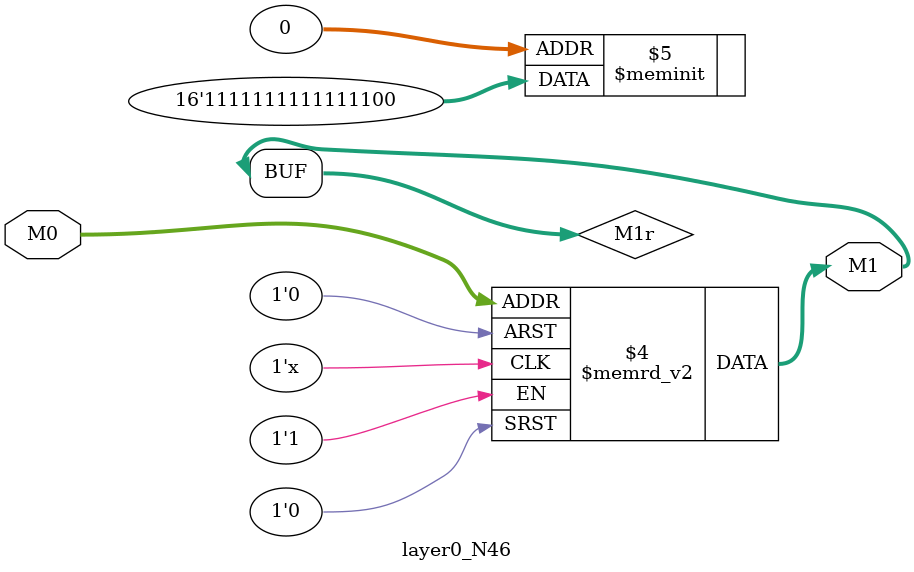
<source format=v>
module layer0_N46 ( input [2:0] M0, output [1:0] M1 );

	(*rom_style = "distributed" *) reg [1:0] M1r;
	assign M1 = M1r;
	always @ (M0) begin
		case (M0)
			3'b000: M1r = 2'b00;
			3'b100: M1r = 2'b11;
			3'b010: M1r = 2'b11;
			3'b110: M1r = 2'b11;
			3'b001: M1r = 2'b11;
			3'b101: M1r = 2'b11;
			3'b011: M1r = 2'b11;
			3'b111: M1r = 2'b11;

		endcase
	end
endmodule

</source>
